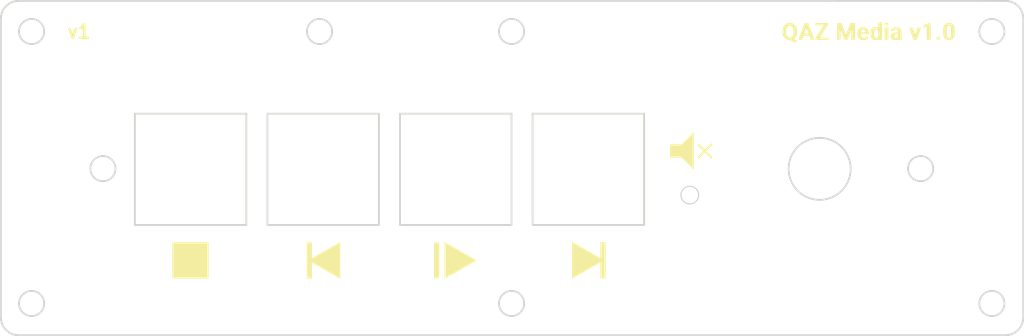
<source format=kicad_pcb>
(kicad_pcb (version 20171130) (host pcbnew "(5.1.6)-1")

  (general
    (thickness 1.6)
    (drawings 183)
    (tracks 0)
    (zones 0)
    (modules 1)
    (nets 1)
  )

  (page A4)
  (layers
    (0 F.Cu signal)
    (31 B.Cu signal)
    (32 B.Adhes user)
    (33 F.Adhes user)
    (34 B.Paste user)
    (35 F.Paste user)
    (36 B.SilkS user)
    (37 F.SilkS user)
    (38 B.Mask user)
    (39 F.Mask user)
    (40 Dwgs.User user)
    (41 Cmts.User user)
    (42 Eco1.User user)
    (43 Eco2.User user)
    (44 Edge.Cuts user)
    (45 Margin user)
    (46 B.CrtYd user)
    (47 F.CrtYd user)
    (48 B.Fab user)
    (49 F.Fab user)
  )

  (setup
    (last_trace_width 0.25)
    (trace_clearance 0.2)
    (zone_clearance 0.508)
    (zone_45_only no)
    (trace_min 0.2)
    (via_size 0.8)
    (via_drill 0.4)
    (via_min_size 0.4)
    (via_min_drill 0.3)
    (uvia_size 0.3)
    (uvia_drill 0.1)
    (uvias_allowed no)
    (uvia_min_size 0.2)
    (uvia_min_drill 0.1)
    (edge_width 0.05)
    (segment_width 0.2)
    (pcb_text_width 0.3)
    (pcb_text_size 1.5 1.5)
    (mod_edge_width 0.12)
    (mod_text_size 1 1)
    (mod_text_width 0.15)
    (pad_size 1.524 1.524)
    (pad_drill 0.762)
    (pad_to_mask_clearance 0.051)
    (solder_mask_min_width 0.25)
    (aux_axis_origin 0 0)
    (visible_elements 7FFFFFFF)
    (pcbplotparams
      (layerselection 0x010f0_ffffffff)
      (usegerberextensions false)
      (usegerberattributes false)
      (usegerberadvancedattributes false)
      (creategerberjobfile false)
      (excludeedgelayer true)
      (linewidth 0.100000)
      (plotframeref false)
      (viasonmask false)
      (mode 1)
      (useauxorigin false)
      (hpglpennumber 1)
      (hpglpenspeed 20)
      (hpglpendiameter 15.000000)
      (psnegative false)
      (psa4output false)
      (plotreference true)
      (plotvalue true)
      (plotinvisibletext false)
      (padsonsilk false)
      (subtractmaskfromsilk false)
      (outputformat 1)
      (mirror false)
      (drillshape 0)
      (scaleselection 1)
      (outputdirectory "plate_layer_v1_out/"))
  )

  (net 0 "")

  (net_class Default "This is the default net class."
    (clearance 0.2)
    (trace_width 0.25)
    (via_dia 0.8)
    (via_drill 0.4)
    (uvia_dia 0.3)
    (uvia_drill 0.1)
  )

  (module QAZ_lib:QAZ_Media_v1.0 (layer F.Cu) (tedit 60CA8D28) (tstamp 60CAE15E)
    (at 193.7 88.9)
    (fp_text reference G*** (at 0.254 2.286) (layer F.SilkS) hide
      (effects (font (size 1.524 1.524) (thickness 0.3)))
    )
    (fp_text value LOGO (at 0.72 -3.4) (layer F.SilkS) hide
      (effects (font (size 1.524 1.524) (thickness 0.3)))
    )
    (fp_poly (pts (xy 1.773512 -1.420457) (xy 1.845696 -1.358605) (xy 1.862666 -1.27) (xy 1.840025 -1.170586)
      (xy 1.795704 -1.126363) (xy 1.664537 -1.101635) (xy 1.54347 -1.11947) (xy 1.490133 -1.151467)
      (xy 1.440564 -1.247728) (xy 1.459569 -1.344106) (xy 1.534758 -1.415955) (xy 1.634837 -1.439334)
      (xy 1.773512 -1.420457)) (layer F.SilkS) (width 0.01))
    (fp_poly (pts (xy 7.527422 0.177776) (xy 7.663827 0.215706) (xy 7.706808 0.278124) (xy 7.713192 0.361876)
      (xy 7.675 0.450958) (xy 7.561462 0.499042) (xy 7.520712 0.499957) (xy 7.410776 0.499094)
      (xy 7.349312 0.461439) (xy 7.317692 0.40596) (xy 7.295341 0.289136) (xy 7.345154 0.210167)
      (xy 7.460274 0.176517) (xy 7.527422 0.177776)) (layer F.SilkS) (width 0.01))
    (fp_poly (pts (xy 6.57604 -1.37363) (xy 6.615543 -1.316111) (xy 6.637182 -1.209111) (xy 6.646103 -1.044228)
      (xy 6.647455 -0.813056) (xy 6.646385 -0.507192) (xy 6.646333 -0.4445) (xy 6.646333 0.508)
      (xy 6.223 0.508) (xy 6.223 -0.983542) (xy 6.12775 -0.95579) (xy 6.016873 -0.928168)
      (xy 5.891783 -0.902472) (xy 5.797119 -0.890288) (xy 5.762054 -0.915869) (xy 5.763177 -1.000319)
      (xy 5.764783 -1.016957) (xy 5.775413 -1.085065) (xy 5.802148 -1.133935) (xy 5.861206 -1.174915)
      (xy 5.968805 -1.219352) (xy 6.136418 -1.277004) (xy 6.29886 -1.333357) (xy 6.422846 -1.373849)
      (xy 6.513523 -1.390075) (xy 6.57604 -1.37363)) (layer F.SilkS) (width 0.01))
    (fp_poly (pts (xy 5.477479 -0.881847) (xy 5.533942 -0.858711) (xy 5.535748 -0.836084) (xy 5.515964 -0.779683)
      (xy 5.473587 -0.658115) (xy 5.413778 -0.486203) (xy 5.341693 -0.278771) (xy 5.292668 -0.137584)
      (xy 5.068564 0.508) (xy 4.709459 0.508) (xy 4.471396 -0.165589) (xy 4.392731 -0.389573)
      (xy 4.325031 -0.585023) (xy 4.272942 -0.738301) (xy 4.241113 -0.835768) (xy 4.233333 -0.864089)
      (xy 4.271429 -0.878304) (xy 4.36883 -0.887323) (xy 4.445 -0.889) (xy 4.575515 -0.880347)
      (xy 4.647827 -0.857) (xy 4.656666 -0.842206) (xy 4.668391 -0.782864) (xy 4.699732 -0.664025)
      (xy 4.744941 -0.506969) (xy 4.767297 -0.432708) (xy 4.819437 -0.266841) (xy 4.859118 -0.168725)
      (xy 4.893186 -0.141056) (xy 4.928487 -0.186527) (xy 4.971866 -0.307834) (xy 5.03017 -0.50767)
      (xy 5.039257 -0.53975) (xy 5.138124 -0.889) (xy 5.346424 -0.889) (xy 5.477479 -0.881847)) (layer F.SilkS) (width 0.01))
    (fp_poly (pts (xy 1.862666 0.508) (xy 1.439333 0.508) (xy 1.439333 -0.889) (xy 1.862666 -0.889)
      (xy 1.862666 0.508)) (layer F.SilkS) (width 0.01))
    (fp_poly (pts (xy -3.193666 -0.739562) (xy -3.10667 -0.513625) (xy -3.030757 -0.331109) (xy -2.970496 -0.202062)
      (xy -2.930459 -0.136532) (xy -2.917556 -0.132574) (xy -2.892562 -0.18831) (xy -2.844397 -0.30839)
      (xy -2.778968 -0.477638) (xy -2.702184 -0.680882) (xy -2.661565 -0.790012) (xy -2.436753 -1.397)
      (xy -1.905 -1.397) (xy -1.905 0.508) (xy -2.328334 0.508) (xy -2.330297 -0.074084)
      (xy -2.332261 -0.656167) (xy -2.552547 -0.072721) (xy -2.772834 0.510726) (xy -2.940479 0.498779)
      (xy -3.108125 0.486833) (xy -3.321479 -0.07757) (xy -3.534834 -0.641973) (xy -3.546612 -0.066987)
      (xy -3.55839 0.508) (xy -3.937 0.508) (xy -3.937 -1.397) (xy -3.438597 -1.397)
      (xy -3.193666 -0.739562)) (layer F.SilkS) (width 0.01))
    (fp_poly (pts (xy -4.953 -1.288277) (xy -4.978394 -1.208533) (xy -5.052267 -1.067836) (xy -5.171154 -0.872095)
      (xy -5.331592 -0.627219) (xy -5.397142 -0.530674) (xy -5.53963 -0.320949) (xy -5.666032 -0.131963)
      (xy -5.768241 0.023929) (xy -5.838154 0.13437) (xy -5.867338 0.186103) (xy -5.869793 0.215302)
      (xy -5.841885 0.234794) (xy -5.77063 0.246473) (xy -5.643046 0.252233) (xy -5.44615 0.253968)
      (xy -5.40203 0.254) (xy -4.910667 0.254) (xy -4.910667 0.508) (xy -6.392334 0.508)
      (xy -6.392334 0.381193) (xy -6.376125 0.308674) (xy -6.324672 0.198152) (xy -6.233733 0.042333)
      (xy -6.099067 -0.166077) (xy -5.926667 -0.419566) (xy -5.78253 -0.629395) (xy -5.656532 -0.815148)
      (xy -5.556059 -0.965747) (xy -5.488496 -1.07011) (xy -5.461227 -1.117158) (xy -5.461 -1.11826)
      (xy -5.500483 -1.128202) (xy -5.60754 -1.136236) (xy -5.765084 -1.141456) (xy -5.926667 -1.143)
      (xy -6.392334 -1.143) (xy -6.392334 -1.397) (xy -4.953 -1.397) (xy -4.953 -1.288277)) (layer F.SilkS) (width 0.01))
    (fp_poly (pts (xy -6.865258 -0.472321) (xy -6.767242 -0.209172) (xy -6.680006 0.027227) (xy -6.607698 0.225453)
      (xy -6.554468 0.374084) (xy -6.524463 0.461697) (xy -6.519334 0.480179) (xy -6.557356 0.496277)
      (xy -6.654256 0.506322) (xy -6.724125 0.508) (xy -6.928915 0.508) (xy -7.008058 0.275166)
      (xy -7.0872 0.042333) (xy -7.731538 0.042333) (xy -7.804933 0.275166) (xy -7.878327 0.508)
      (xy -8.090934 0.508) (xy -8.225598 0.500612) (xy -8.285715 0.476832) (xy -8.289855 0.454164)
      (xy -8.271521 0.400414) (xy -8.227698 0.279502) (xy -8.162833 0.103461) (xy -8.081372 -0.115674)
      (xy -8.033576 -0.243417) (xy -7.620009 -0.243417) (xy -7.581915 -0.225302) (xy -7.484528 -0.213807)
      (xy -7.408334 -0.211667) (xy -7.287468 -0.217383) (xy -7.210636 -0.231996) (xy -7.196239 -0.243417)
      (xy -7.209401 -0.30495) (xy -7.243538 -0.412253) (xy -7.28939 -0.540566) (xy -7.3377 -0.665126)
      (xy -7.379209 -0.761171) (xy -7.40466 -0.80394) (xy -7.405958 -0.804334) (xy -7.429506 -0.768291)
      (xy -7.470447 -0.676609) (xy -7.519367 -0.553962) (xy -7.566851 -0.425019) (xy -7.603484 -0.314455)
      (xy -7.61985 -0.246939) (xy -7.620009 -0.243417) (xy -8.033576 -0.243417) (xy -7.98776 -0.365866)
      (xy -7.93798 -0.498336) (xy -7.599793 -1.397) (xy -7.211181 -1.397) (xy -6.865258 -0.472321)) (layer F.SilkS) (width 0.01))
    (fp_poly (pts (xy 8.958259 -1.374588) (xy 9.056436 -1.335517) (xy 9.09363 -1.313661) (xy 9.203515 -1.225907)
      (xy 9.282147 -1.112576) (xy 9.333919 -0.959761) (xy 9.363225 -0.753554) (xy 9.374457 -0.480047)
      (xy 9.374896 -0.423334) (xy 9.373481 -0.199092) (xy 9.365363 -0.038965) (xy 9.347873 0.077502)
      (xy 9.318341 0.170764) (xy 9.289261 0.232833) (xy 9.156483 0.403087) (xy 8.970353 0.51017)
      (xy 8.738123 0.550033) (xy 8.720666 0.550201) (xy 8.564001 0.532771) (xy 8.414267 0.489549)
      (xy 8.384905 0.476184) (xy 8.245917 0.370595) (xy 8.146822 0.211155) (xy 8.083609 -0.01114)
      (xy 8.054488 -0.265754) (xy 8.053213 -0.605798) (xy 8.066575 -0.701519) (xy 8.468985 -0.701519)
      (xy 8.47085 -0.518452) (xy 8.474006 -0.3885) (xy 8.480834 -0.168361) (xy 8.489619 -0.01668)
      (xy 8.503416 0.082744) (xy 8.525273 0.146113) (xy 8.558245 0.189629) (xy 8.587773 0.215501)
      (xy 8.679016 0.279936) (xy 8.746996 0.286198) (xy 8.829955 0.234272) (xy 8.85356 0.215406)
      (xy 8.894473 0.178047) (xy 8.922371 0.133657) (xy 8.939739 0.066563) (xy 8.94906 -0.038908)
      (xy 8.952818 -0.19843) (xy 8.9535 -0.415149) (xy 8.952107 -0.646015) (xy 8.946598 -0.808043)
      (xy 8.93498 -0.917032) (xy 8.915255 -0.988784) (xy 8.885431 -1.0391) (xy 8.872855 -1.053889)
      (xy 8.766481 -1.130972) (xy 8.661372 -1.123861) (xy 8.555159 -1.032361) (xy 8.551162 -1.027335)
      (xy 8.512999 -0.972296) (xy 8.487973 -0.911165) (xy 8.473997 -0.826664) (xy 8.468985 -0.701519)
      (xy 8.066575 -0.701519) (xy 8.093388 -0.893579) (xy 8.173195 -1.120215) (xy 8.253769 -1.240092)
      (xy 8.325918 -1.311891) (xy 8.399784 -1.353687) (xy 8.503043 -1.375422) (xy 8.66279 -1.387007)
      (xy 8.837159 -1.390029) (xy 8.958259 -1.374588)) (layer F.SilkS) (width 0.01))
    (fp_poly (pts (xy 2.928397 -0.908455) (xy 3.038121 -0.898557) (xy 3.110995 -0.873335) (xy 3.170927 -0.825648)
      (xy 3.220805 -0.771916) (xy 3.274439 -0.708477) (xy 3.309779 -0.648888) (xy 3.330665 -0.574152)
      (xy 3.34094 -0.465273) (xy 3.344443 -0.303255) (xy 3.344911 -0.158083) (xy 3.347419 0.04378)
      (xy 3.353764 0.222287) (xy 3.362924 0.355582) (xy 3.371648 0.41517) (xy 3.381142 0.469593)
      (xy 3.3604 0.498765) (xy 3.29155 0.510502) (xy 3.156722 0.51262) (xy 3.14882 0.512614)
      (xy 2.957634 0.51616) (xy 2.754389 0.52542) (xy 2.667 0.531511) (xy 2.465447 0.530777)
      (xy 2.322793 0.488374) (xy 2.318814 0.486189) (xy 2.189311 0.379386) (xy 2.12639 0.232922)
      (xy 2.116666 0.118035) (xy 2.125805 0.07315) (xy 2.497666 0.07315) (xy 2.526945 0.160196)
      (xy 2.594955 0.245361) (xy 2.671961 0.293961) (xy 2.689018 0.296333) (xy 2.755371 0.271948)
      (xy 2.846345 0.21283) (xy 2.85179 0.208594) (xy 2.945182 0.091745) (xy 2.963333 -0.003073)
      (xy 2.953847 -0.088304) (xy 2.907912 -0.121767) (xy 2.824586 -0.127) (xy 2.686651 -0.103678)
      (xy 2.57169 -0.044079) (xy 2.505102 0.036247) (xy 2.497666 0.07315) (xy 2.125805 0.07315)
      (xy 2.153557 -0.063146) (xy 2.260407 -0.202146) (xy 2.43148 -0.294713) (xy 2.661041 -0.336599)
      (xy 2.732987 -0.338667) (xy 2.972511 -0.338667) (xy 2.943352 -0.454847) (xy 2.906311 -0.560424)
      (xy 2.870079 -0.62418) (xy 2.782684 -0.672075) (xy 2.67409 -0.665491) (xy 2.584116 -0.608647)
      (xy 2.572508 -0.592667) (xy 2.51364 -0.536361) (xy 2.413382 -0.511482) (xy 2.322113 -0.508)
      (xy 2.202776 -0.5122) (xy 2.148997 -0.530547) (xy 2.141849 -0.571666) (xy 2.14562 -0.588411)
      (xy 2.188816 -0.668542) (xy 2.269561 -0.766431) (xy 2.292604 -0.789494) (xy 2.36254 -0.850208)
      (xy 2.431787 -0.886247) (xy 2.524886 -0.903977) (xy 2.66638 -0.909763) (xy 2.757918 -0.910167)
      (xy 2.928397 -0.908455)) (layer F.SilkS) (width 0.01))
    (fp_poly (pts (xy 1.143 0.51235) (xy 0.92075 0.509861) (xy 0.738829 0.512902) (xy 0.539658 0.523477)
      (xy 0.465666 0.529589) (xy 0.278909 0.533397) (xy 0.144635 0.500482) (xy 0.116649 0.48634)
      (xy -0.029461 0.356194) (xy -0.123012 0.161087) (xy -0.163243 -0.09697) (xy -0.162952 -0.245654)
      (xy 0.217987 -0.245654) (xy 0.228085 -0.069172) (xy 0.276555 0.089139) (xy 0.358029 0.199686)
      (xy 0.449581 0.271804) (xy 0.513702 0.289992) (xy 0.584753 0.258198) (xy 0.62558 0.230432)
      (xy 0.672072 0.189525) (xy 0.700194 0.133432) (xy 0.714445 0.041949) (xy 0.719327 -0.105125)
      (xy 0.719666 -0.191925) (xy 0.717923 -0.367643) (xy 0.70926 -0.479161) (xy 0.688526 -0.546926)
      (xy 0.650567 -0.591385) (xy 0.612099 -0.618863) (xy 0.511576 -0.664669) (xy 0.417862 -0.649589)
      (xy 0.404649 -0.643834) (xy 0.307597 -0.557014) (xy 0.244933 -0.416278) (xy 0.217987 -0.245654)
      (xy -0.162952 -0.245654) (xy -0.162937 -0.253234) (xy -0.150323 -0.432946) (xy -0.126976 -0.556643)
      (xy -0.085008 -0.652929) (xy -0.030944 -0.731781) (xy 0.105249 -0.858406) (xy 0.27859 -0.921598)
      (xy 0.501626 -0.925387) (xy 0.553014 -0.91941) (xy 0.719666 -0.897057) (xy 0.719666 -1.481667)
      (xy 1.143 -1.481667) (xy 1.143 0.51235)) (layer F.SilkS) (width 0.01))
    (fp_poly (pts (xy -0.743463 -0.89634) (xy -0.55429 -0.795208) (xy -0.421131 -0.633712) (xy -0.349648 -0.417625)
      (xy -0.338667 -0.27431) (xy -0.338667 -0.127) (xy -0.780669 -0.127) (xy -0.965939 -0.123292)
      (xy -1.11818 -0.113274) (xy -1.218487 -0.098609) (xy -1.248065 -0.08591) (xy -1.249692 -0.012918)
      (xy -1.203817 0.086207) (xy -1.128325 0.183809) (xy -1.0411 0.252234) (xy -1.024556 0.2597)
      (xy -0.935821 0.280023) (xy -0.841886 0.261547) (xy -0.727948 0.208444) (xy -0.545728 0.112791)
      (xy -0.456265 0.202253) (xy -0.398087 0.276122) (xy -0.403169 0.332805) (xy -0.418182 0.353625)
      (xy -0.551285 0.45538) (xy -0.735977 0.520968) (xy -0.945674 0.546743) (xy -1.153793 0.529058)
      (xy -1.31149 0.476184) (xy -1.483814 0.353093) (xy -1.593541 0.184142) (xy -1.645308 -0.039426)
      (xy -1.650935 -0.165011) (xy -1.632934 -0.338667) (xy -1.265596 -0.338667) (xy -0.998502 -0.338667)
      (xy -0.85375 -0.340201) (xy -0.775743 -0.350058) (xy -0.746564 -0.376124) (xy -0.748291 -0.426285)
      (xy -0.752133 -0.447081) (xy -0.809418 -0.574581) (xy -0.906522 -0.643676) (xy -1.020977 -0.653316)
      (xy -1.13032 -0.602449) (xy -1.212086 -0.490023) (xy -1.220166 -0.468989) (xy -1.265596 -0.338667)
      (xy -1.632934 -0.338667) (xy -1.622054 -0.443615) (xy -1.536336 -0.660843) (xy -1.394952 -0.815352)
      (xy -1.199073 -0.905799) (xy -0.982987 -0.931334) (xy -0.743463 -0.89634)) (layer F.SilkS) (width 0.01))
    (fp_poly (pts (xy -9.025591 -1.368248) (xy -8.807013 -1.280517) (xy -8.64414 -1.131596) (xy -8.535058 -0.919273)
      (xy -8.477856 -0.641337) (xy -8.467597 -0.432557) (xy -8.484259 -0.140567) (xy -8.538563 0.087375)
      (xy -8.634373 0.264858) (xy -8.681903 0.321299) (xy -8.766099 0.410921) (xy -8.613263 0.527494)
      (xy -8.460428 0.644068) (xy -8.555593 0.745367) (xy -8.631747 0.815484) (xy -8.700175 0.838361)
      (xy -8.782558 0.811388) (xy -8.900579 0.731954) (xy -8.944873 0.6985) (xy -9.090976 0.601945)
      (xy -9.218743 0.557671) (xy -9.312154 0.550333) (xy -9.557987 0.512505) (xy -9.765915 0.404324)
      (xy -9.930222 0.233747) (xy -10.045192 0.008731) (xy -10.10511 -0.262768) (xy -10.105596 -0.423334)
      (xy -9.694334 -0.423334) (xy -9.676869 -0.179855) (xy -9.62025 0.006127) (xy -9.518137 0.155164)
      (xy -9.514801 0.15875) (xy -9.389664 0.235611) (xy -9.235033 0.251282) (xy -9.099322 0.210411)
      (xy -8.984466 0.101118) (xy -8.910291 -0.081292) (xy -8.877293 -0.33541) (xy -8.875496 -0.423334)
      (xy -8.895061 -0.695578) (xy -8.955103 -0.895592) (xy -9.057642 -1.026576) (xy -9.204698 -1.09173)
      (xy -9.303171 -1.100667) (xy -9.448862 -1.061576) (xy -9.56517 -0.950126) (xy -9.647053 -0.775049)
      (xy -9.689466 -0.545078) (xy -9.694334 -0.423334) (xy -10.105596 -0.423334) (xy -10.105995 -0.554742)
      (xy -10.048233 -0.851201) (xy -9.935879 -1.086469) (xy -9.771621 -1.257733) (xy -9.558143 -1.362179)
      (xy -9.301787 -1.397) (xy -9.025591 -1.368248)) (layer F.SilkS) (width 0.01))
  )

  (gr_poly (pts (xy 175.6 101.3) (xy 174.1 102.8) (xy 174 102.7) (xy 175.5 101.2)) (layer F.SilkS) (width 0.1))
  (gr_poly (pts (xy 175.6 102.7) (xy 175.5 102.8) (xy 174 101.3) (xy 174.1 101.2)) (layer F.SilkS) (width 0.1))
  (gr_poly (pts (xy 173.5 104) (xy 172.2 102.7) (xy 170.9 102.7) (xy 170.9 101.3) (xy 172.2 101.3) (xy 173.5 100)) (layer F.SilkS) (width 0.1))
  (gr_circle (center 173.1 107) (end 174.1 107) (layer Edge.Cuts) (width 0.12) (tstamp 60CAD6EC))
  (gr_poly (pts (xy 144.7 116.4) (xy 144.2 116.4) (xy 144.2 112.4) (xy 144.7 112.4)) (layer F.SilkS) (width 0.1) (tstamp 60CAD6C6))
  (gr_poly (pts (xy 145.4 112.4) (xy 148.9 114.4) (xy 145.4 116.4)) (layer F.SilkS) (width 0.1) (tstamp 60CAD6BD))
  (gr_poly (pts (xy 163.024382 112.383301) (xy 163.524382 112.383301) (xy 163.524382 116.383301) (xy 163.024382 116.383301)) (layer F.SilkS) (width 0.1) (tstamp 60CAD69D))
  (gr_poly (pts (xy 159.824382 112.383301) (xy 163.324382 114.383301) (xy 159.824382 116.383301)) (layer F.SilkS) (width 0.1) (tstamp 60CAD69C))
  (gr_poly (pts (xy 130.3 116.4) (xy 129.8 116.4) (xy 129.8 112.4) (xy 130.3 112.4)) (layer F.SilkS) (width 0.1))
  (gr_poly (pts (xy 133.5 116.4) (xy 130 114.4) (xy 133.5 112.4)) (layer F.SilkS) (width 0.1))
  (gr_poly (pts (xy 118.6 116.4) (xy 114.6 116.4) (xy 114.6 112.4) (xy 118.6 112.4)) (layer F.SilkS) (width 0.1))
  (gr_circle (center 187.75 104) (end 197.25 104) (layer F.Fab) (width 0.15))
  (gr_curve (pts (xy 97.918412 120.51292) (xy 97.477133 120.258147) (xy 97.205294 119.787308) (xy 97.205294 119.277763)) (layer Edge.Cuts) (width 0.2))
  (gr_curve (pts (xy 206.559476 87.226605) (xy 207.000755 86.971832) (xy 207.544433 86.971832) (xy 207.985712 87.226605)) (layer Edge.Cuts) (width 0.2))
  (gr_curve (pts (xy 97.918412 118.042606) (xy 98.359691 117.787833) (xy 98.903369 117.787833) (xy 99.344649 118.042606)) (layer Edge.Cuts) (width 0.2))
  (gr_curve (pts (xy 197.783998 103.998565) (xy 197.783998 103.48902) (xy 198.055837 103.018181) (xy 198.497116 102.763408)) (layer Edge.Cuts) (width 0.2))
  (gr_curve (pts (xy 200.636471 103.998565) (xy 200.636471 104.50811) (xy 200.364631 104.978949) (xy 199.923352 105.233722)) (layer Edge.Cuts) (width 0.2))
  (gr_curve (pts (xy 100.057767 119.277763) (xy 100.057767 119.787308) (xy 99.785928 120.258147) (xy 99.344649 120.51292)) (layer Edge.Cuts) (width 0.2))
  (gr_curve (pts (xy 198.497116 105.233722) (xy 198.055837 104.978949) (xy 197.783998 104.50811) (xy 197.783998 103.998565)) (layer Edge.Cuts) (width 0.2))
  (gr_curve (pts (xy 207.985712 120.512657) (xy 207.544433 120.76743) (xy 207.000755 120.76743) (xy 206.559476 120.512657)) (layer Edge.Cuts) (width 0.2))
  (gr_line (start 108.126493 103.998762) (end 108.126493 103.998762) (layer Edge.Cuts) (width 0.2))
  (gr_curve (pts (xy 107.413374 102.763605) (xy 107.854653 103.018378) (xy 108.126493 103.489217) (xy 108.126493 103.998762)) (layer Edge.Cuts) (width 0.2))
  (gr_curve (pts (xy 152.220042 118.042343) (xy 152.661321 117.78757) (xy 153.204999 117.78757) (xy 153.646278 118.042343)) (layer Edge.Cuts) (width 0.2))
  (gr_curve (pts (xy 153.646278 120.512657) (xy 153.204999 120.76743) (xy 152.661321 120.76743) (xy 152.220042 120.512657)) (layer Edge.Cuts) (width 0.2))
  (gr_line (start 100.057767 119.277763) (end 100.057767 119.277763) (layer Edge.Cuts) (width 0.2))
  (gr_curve (pts (xy 99.344649 120.51292) (xy 98.903369 120.767693) (xy 98.359691 120.767693) (xy 97.918412 120.51292)) (layer Edge.Cuts) (width 0.2))
  (gr_curve (pts (xy 105.27402 103.998762) (xy 105.27402 103.489217) (xy 105.545859 103.018378) (xy 105.987138 102.763605)) (layer Edge.Cuts) (width 0.2))
  (gr_curve (pts (xy 107.413374 105.233919) (xy 106.972095 105.488692) (xy 106.428416 105.488692) (xy 105.987138 105.233919)) (layer Edge.Cuts) (width 0.2))
  (gr_curve (pts (xy 108.126493 103.998762) (xy 108.126493 104.508307) (xy 107.854653 104.979146) (xy 107.413374 105.233919)) (layer Edge.Cuts) (width 0.2))
  (gr_curve (pts (xy 207.985712 87.226605) (xy 208.426991 87.481378) (xy 208.698831 87.952217) (xy 208.698831 88.461762)) (layer Edge.Cuts) (width 0.2))
  (gr_curve (pts (xy 205.846358 119.2775) (xy 205.846358 118.767955) (xy 206.118197 118.297116) (xy 206.559476 118.042343)) (layer Edge.Cuts) (width 0.2))
  (gr_curve (pts (xy 199.923352 102.763408) (xy 200.364631 103.018181) (xy 200.636471 103.48902) (xy 200.636471 103.998565)) (layer Edge.Cuts) (width 0.2))
  (gr_curve (pts (xy 151.506924 119.2775) (xy 151.506924 118.767955) (xy 151.778763 118.297116) (xy 152.220042 118.042343)) (layer Edge.Cuts) (width 0.2))
  (gr_curve (pts (xy 208.698831 119.2775) (xy 208.698831 119.787045) (xy 208.426991 120.257884) (xy 207.985712 120.512657)) (layer Edge.Cuts) (width 0.2))
  (gr_curve (pts (xy 105.987138 102.763605) (xy 106.428416 102.508832) (xy 106.972095 102.508832) (xy 107.413374 102.763605)) (layer Edge.Cuts) (width 0.2))
  (gr_line (start 208.698831 119.2775) (end 208.698831 119.2775) (layer Edge.Cuts) (width 0.2))
  (gr_line (start 200.636471 103.998565) (end 200.636471 103.998565) (layer Edge.Cuts) (width 0.2))
  (gr_curve (pts (xy 198.497116 102.763408) (xy 198.938395 102.508635) (xy 199.482073 102.508635) (xy 199.923352 102.763408)) (layer Edge.Cuts) (width 0.2))
  (gr_curve (pts (xy 207.985712 118.042343) (xy 208.426991 118.297116) (xy 208.698831 118.767955) (xy 208.698831 119.2775)) (layer Edge.Cuts) (width 0.2))
  (gr_curve (pts (xy 97.205294 119.277763) (xy 97.205294 118.768218) (xy 97.477133 118.297379) (xy 97.918412 118.042606)) (layer Edge.Cuts) (width 0.2))
  (gr_curve (pts (xy 206.559476 120.512657) (xy 206.118197 120.257884) (xy 205.846358 119.787045) (xy 205.846358 119.2775)) (layer Edge.Cuts) (width 0.2))
  (gr_curve (pts (xy 205.846358 88.461762) (xy 205.846358 87.952217) (xy 206.118197 87.481378) (xy 206.559476 87.226605)) (layer Edge.Cuts) (width 0.2))
  (gr_curve (pts (xy 152.220042 120.512657) (xy 151.778763 120.257884) (xy 151.506924 119.787045) (xy 151.506924 119.2775)) (layer Edge.Cuts) (width 0.2))
  (gr_line (start 208.698831 88.461762) (end 208.698831 88.461762) (layer Edge.Cuts) (width 0.2))
  (gr_curve (pts (xy 99.344649 118.042606) (xy 99.785928 118.297379) (xy 100.057767 118.768218) (xy 100.057767 119.277763)) (layer Edge.Cuts) (width 0.2))
  (gr_curve (pts (xy 199.923352 105.233722) (xy 199.482073 105.488495) (xy 198.938395 105.488495) (xy 198.497116 105.233722)) (layer Edge.Cuts) (width 0.2))
  (gr_curve (pts (xy 105.987138 105.233919) (xy 105.545859 104.979146) (xy 105.27402 104.508307) (xy 105.27402 103.998762)) (layer Edge.Cuts) (width 0.2))
  (gr_curve (pts (xy 206.559476 118.042343) (xy 207.000755 117.78757) (xy 207.544433 117.78757) (xy 207.985712 118.042343)) (layer Edge.Cuts) (width 0.2))
  (gr_line (start 154.359397 119.2775) (end 154.359397 119.2775) (layer Edge.Cuts) (width 0.2))
  (gr_curve (pts (xy 153.646278 118.042343) (xy 154.087557 118.297116) (xy 154.359397 118.767955) (xy 154.359397 119.2775)) (layer Edge.Cuts) (width 0.2))
  (gr_curve (pts (xy 154.359397 119.2775) (xy 154.359397 119.787045) (xy 154.087557 120.257884) (xy 153.646278 120.512657)) (layer Edge.Cuts) (width 0.2))
  (gr_line (start 152.92438 97.769703) (end 152.92438 110.383301) (layer Edge.Cuts) (width 0.2))
  (gr_line (start 209.864494 85.288) (end 209.727494 85.211) (layer Edge.Cuts) (width 0.2))
  (gr_line (start 210.667494 86.228) (end 210.602494 86.086) (layer Edge.Cuts) (width 0.2))
  (gr_line (start 210.525494 85.949) (end 210.438494 85.818) (layer Edge.Cuts) (width 0.2))
  (gr_line (start 152.92438 110.383301) (end 140.310784 110.383301) (layer Edge.Cuts) (width 0.2))
  (gr_line (start 208.976494 85) (end 181.060275 84.994) (layer Edge.Cuts) (width 0.2))
  (gr_line (start 167.92438 110.383301) (end 155.310784 110.383301) (layer Edge.Cuts) (width 0.2))
  (gr_line (start 137.924382 110.383301) (end 125.310784 110.383301) (layer Edge.Cuts) (width 0.2))
  (gr_curve (pts (xy 130.495834 89.696919) (xy 130.054555 89.442147) (xy 129.782716 88.971307) (xy 129.782716 88.461762)) (layer Edge.Cuts) (width 0.2))
  (gr_curve (pts (xy 97.918412 87.226867) (xy 98.359691 86.972095) (xy 98.903369 86.972095) (xy 99.344649 87.226867)) (layer Edge.Cuts) (width 0.2))
  (gr_curve (pts (xy 99.344649 89.697181) (xy 98.903369 89.951954) (xy 98.359691 89.951954) (xy 97.918412 89.697181)) (layer Edge.Cuts) (width 0.2))
  (gr_line (start 210.438494 85.818) (end 210.340494 85.695) (layer Edge.Cuts) (width 0.2))
  (gr_curve (pts (xy 206.559476 89.696919) (xy 206.118197 89.442147) (xy 205.846358 88.971307) (xy 205.846358 88.461762)) (layer Edge.Cuts) (width 0.2))
  (gr_curve (pts (xy 207.985712 89.696919) (xy 207.544433 89.951692) (xy 207.000755 89.951692) (xy 206.559476 89.696919)) (layer Edge.Cuts) (width 0.2))
  (gr_curve (pts (xy 100.057767 88.462024) (xy 100.057767 88.97157) (xy 99.785928 89.442409) (xy 99.344649 89.697181)) (layer Edge.Cuts) (width 0.2))
  (gr_line (start 209.585494 85.146) (end 209.438494 85.091) (layer Edge.Cuts) (width 0.2))
  (gr_line (start 210.234494 85.579) (end 210.118494 85.473) (layer Edge.Cuts) (width 0.2))
  (gr_curve (pts (xy 208.698831 88.461762) (xy 208.698831 88.971307) (xy 208.426991 89.442147) (xy 207.985712 89.696919)) (layer Edge.Cuts) (width 0.2))
  (gr_line (start 154.359397 88.461762) (end 154.359397 88.461762) (layer Edge.Cuts) (width 0.2))
  (gr_curve (pts (xy 153.646278 89.696919) (xy 153.204999 89.951692) (xy 152.661321 89.951692) (xy 152.220042 89.696919)) (layer Edge.Cuts) (width 0.2))
  (gr_line (start 209.995494 85.375) (end 209.864494 85.288) (layer Edge.Cuts) (width 0.2))
  (gr_curve (pts (xy 152.220042 87.226605) (xy 152.661321 86.971832) (xy 153.204999 86.971832) (xy 153.646278 87.226605)) (layer Edge.Cuts) (width 0.2))
  (gr_line (start 132.635189 88.461762) (end 132.635189 88.461762) (layer Edge.Cuts) (width 0.2))
  (gr_line (start 97.156 84.994) (end 97 85) (layer Edge.Cuts) (width 0.2))
  (gr_line (start 125.310784 97.769703) (end 137.924382 97.769703) (layer Edge.Cuts) (width 0.2))
  (gr_line (start 155.310784 110.383301) (end 155.310784 97.769703) (layer Edge.Cuts) (width 0.2))
  (gr_curve (pts (xy 151.506924 88.461762) (xy 151.506924 87.952217) (xy 151.778763 87.481378) (xy 152.220042 87.226605)) (layer Edge.Cuts) (width 0.2))
  (gr_line (start 191.294973 104.026245) (end 191.294973 104.026245) (layer Edge.Cuts) (width 0.2))
  (gr_curve (pts (xy 152.220042 89.696919) (xy 151.778763 89.442147) (xy 151.506924 88.971307) (xy 151.506924 88.461762)) (layer Edge.Cuts) (width 0.2))
  (gr_curve (pts (xy 184.273885 104.026245) (xy 184.273885 102.772048) (xy 184.942991 101.613123) (xy 186.029157 100.986025)) (layer Edge.Cuts) (width 0.2))
  (gr_line (start 125.310784 110.383301) (end 125.310784 97.769703) (layer Edge.Cuts) (width 0.2))
  (gr_line (start 209.132494 85.018) (end 208.976494 85) (layer Edge.Cuts) (width 0.2))
  (gr_curve (pts (xy 154.359397 88.461762) (xy 154.359397 88.971307) (xy 154.087557 89.442147) (xy 153.646278 89.696919)) (layer Edge.Cuts) (width 0.2))
  (gr_curve (pts (xy 97.918412 89.697181) (xy 97.477133 89.442409) (xy 97.205294 88.97157) (xy 97.205294 88.462024)) (layer Edge.Cuts) (width 0.2))
  (gr_curve (pts (xy 191.294973 104.026245) (xy 191.294973 105.280442) (xy 190.625867 106.439367) (xy 189.539701 107.066465)) (layer Edge.Cuts) (width 0.2))
  (gr_curve (pts (xy 186.029157 107.066465) (xy 184.942991 106.439367) (xy 184.273885 105.280442) (xy 184.273885 104.026245)) (layer Edge.Cuts) (width 0.2))
  (gr_line (start 209.438494 85.091) (end 209.286494 85.049) (layer Edge.Cuts) (width 0.2))
  (gr_curve (pts (xy 130.495834 87.226605) (xy 130.937113 86.971832) (xy 131.480791 86.971832) (xy 131.92207 87.226605)) (layer Edge.Cuts) (width 0.2))
  (gr_curve (pts (xy 189.539701 107.066465) (xy 188.453535 107.693563) (xy 187.115323 107.693563) (xy 186.029157 107.066465)) (layer Edge.Cuts) (width 0.2))
  (gr_line (start 110.310785 110.383301) (end 110.310785 97.769703) (layer Edge.Cuts) (width 0.2))
  (gr_curve (pts (xy 131.92207 89.696919) (xy 131.480791 89.951692) (xy 130.937113 89.951692) (xy 130.495834 89.696919)) (layer Edge.Cuts) (width 0.2))
  (gr_curve (pts (xy 97.205294 88.462024) (xy 97.205294 87.952479) (xy 97.477133 87.48164) (xy 97.918412 87.226867)) (layer Edge.Cuts) (width 0.2))
  (gr_line (start 155.310784 97.769703) (end 167.92438 97.769703) (layer Edge.Cuts) (width 0.2))
  (gr_line (start 110.310785 97.769703) (end 122.924382 97.769703) (layer Edge.Cuts) (width 0.2))
  (gr_line (start 181.060275 84.994) (end 97.156 84.994) (layer Edge.Cuts) (width 0.2))
  (gr_line (start 209.286494 85.049) (end 209.132494 85.018) (layer Edge.Cuts) (width 0.2))
  (gr_curve (pts (xy 189.539701 100.986025) (xy 190.625867 101.613123) (xy 191.294973 102.772048) (xy 191.294973 104.026245)) (layer Edge.Cuts) (width 0.2))
  (gr_line (start 122.924382 110.383301) (end 110.310785 110.383301) (layer Edge.Cuts) (width 0.2))
  (gr_line (start 140.310784 97.769703) (end 152.92438 97.769703) (layer Edge.Cuts) (width 0.2))
  (gr_line (start 209.727494 85.211) (end 209.585494 85.146) (layer Edge.Cuts) (width 0.2))
  (gr_curve (pts (xy 153.646278 87.226605) (xy 154.087557 87.481378) (xy 154.359397 87.952217) (xy 154.359397 88.461762)) (layer Edge.Cuts) (width 0.2))
  (gr_line (start 140.310784 110.383301) (end 140.310784 97.769703) (layer Edge.Cuts) (width 0.2))
  (gr_line (start 210.118494 85.473) (end 209.995494 85.375) (layer Edge.Cuts) (width 0.2))
  (gr_line (start 137.924382 97.769703) (end 137.924382 110.383301) (layer Edge.Cuts) (width 0.2))
  (gr_curve (pts (xy 99.344649 87.226867) (xy 99.785928 87.48164) (xy 100.057767 87.952479) (xy 100.057767 88.462024)) (layer Edge.Cuts) (width 0.2))
  (gr_line (start 210.602494 86.086) (end 210.525494 85.949) (layer Edge.Cuts) (width 0.2))
  (gr_curve (pts (xy 131.92207 87.226605) (xy 132.363349 87.481378) (xy 132.635189 87.952217) (xy 132.635189 88.461762)) (layer Edge.Cuts) (width 0.2))
  (gr_line (start 122.924382 97.769703) (end 122.924382 110.383301) (layer Edge.Cuts) (width 0.2))
  (gr_line (start 210.340494 85.695) (end 210.234494 85.579) (layer Edge.Cuts) (width 0.2))
  (gr_curve (pts (xy 129.782716 88.461762) (xy 129.782716 87.952217) (xy 130.054555 87.481378) (xy 130.495834 87.226605)) (layer Edge.Cuts) (width 0.2))
  (gr_curve (pts (xy 132.635189 88.461762) (xy 132.635189 88.971307) (xy 132.363349 89.442147) (xy 131.92207 89.696919)) (layer Edge.Cuts) (width 0.2))
  (gr_line (start 100.057767 88.462024) (end 100.057767 88.462024) (layer Edge.Cuts) (width 0.2))
  (gr_curve (pts (xy 186.029157 100.986025) (xy 187.115323 100.358927) (xy 188.453535 100.358927) (xy 189.539701 100.986025)) (layer Edge.Cuts) (width 0.2))
  (gr_line (start 167.92438 97.769703) (end 167.92438 110.383301) (layer Edge.Cuts) (width 0.2))
  (gr_line (start 95.858 122.389999) (end 95.981 122.487999) (layer Edge.Cuts) (width 0.2))
  (gr_line (start 95.981 122.487999) (end 96.112 122.574999) (layer Edge.Cuts) (width 0.2))
  (gr_line (start 95.254 86.375) (end 95.212 86.527) (layer Edge.Cuts) (width 0.2))
  (gr_line (start 95.212 86.527) (end 95.181 86.681) (layer Edge.Cuts) (width 0.2))
  (gr_line (start 210.795494 86.681) (end 210.764494 86.527) (layer Edge.Cuts) (width 0.2))
  (gr_line (start 210.813494 86.837) (end 210.795494 86.681) (layer Edge.Cuts) (width 0.2))
  (gr_line (start 210.813494 121.025999) (end 210.820494 120.869999) (layer Edge.Cuts) (width 0.2))
  (gr_line (start 210.340494 122.167999) (end 210.438494 122.044999) (layer Edge.Cuts) (width 0.2))
  (gr_line (start 95.163 121.025999) (end 95.181 121.181999) (layer Edge.Cuts) (width 0.2))
  (gr_line (start 210.234494 122.283999) (end 210.340494 122.167999) (layer Edge.Cuts) (width 0.2))
  (gr_line (start 95.374 86.086) (end 95.309 86.228) (layer Edge.Cuts) (width 0.2))
  (gr_line (start 95.858 85.473) (end 95.742 85.579) (layer Edge.Cuts) (width 0.2))
  (gr_line (start 208.819494 122.868999) (end 208.976494 122.862999) (layer Edge.Cuts) (width 0.2))
  (gr_line (start 209.864494 122.574999) (end 209.995494 122.487999) (layer Edge.Cuts) (width 0.2))
  (gr_line (start 210.438494 122.044999) (end 210.525494 121.913999) (layer Edge.Cuts) (width 0.2))
  (gr_line (start 208.976494 122.862999) (end 209.132494 122.844999) (layer Edge.Cuts) (width 0.2))
  (gr_line (start 97.156 122.868999) (end 208.819494 122.868999) (layer Edge.Cuts) (width 0.2))
  (gr_line (start 95.742 122.283999) (end 95.858 122.389999) (layer Edge.Cuts) (width 0.2))
  (gr_line (start 95.636 85.695) (end 95.538 85.818) (layer Edge.Cuts) (width 0.2))
  (gr_line (start 95.981 85.375) (end 95.858 85.473) (layer Edge.Cuts) (width 0.2))
  (gr_line (start 96.844 122.844999) (end 97 122.862999) (layer Edge.Cuts) (width 0.2))
  (gr_line (start 96.538 122.771999) (end 96.69 122.813999) (layer Edge.Cuts) (width 0.2))
  (gr_line (start 95.163 86.837) (end 95.156 86.994) (layer Edge.Cuts) (width 0.2))
  (gr_line (start 96.249 85.211) (end 96.112 85.288) (layer Edge.Cuts) (width 0.2))
  (gr_line (start 95.156 120.868999) (end 95.163 121.025999) (layer Edge.Cuts) (width 0.2))
  (gr_line (start 209.132494 122.844999) (end 209.286494 122.813999) (layer Edge.Cuts) (width 0.2))
  (gr_line (start 95.538 122.044999) (end 95.636 122.167999) (layer Edge.Cuts) (width 0.2))
  (gr_line (start 95.181 86.681) (end 95.163 86.837) (layer Edge.Cuts) (width 0.2))
  (gr_line (start 210.764494 121.335999) (end 210.795494 121.181999) (layer Edge.Cuts) (width 0.2))
  (gr_line (start 95.181 121.181999) (end 95.212 121.335999) (layer Edge.Cuts) (width 0.2))
  (gr_line (start 210.722494 121.487999) (end 210.764494 121.335999) (layer Edge.Cuts) (width 0.2))
  (gr_line (start 96.112 85.288) (end 95.981 85.375) (layer Edge.Cuts) (width 0.2))
  (gr_line (start 209.286494 122.813999) (end 209.438494 122.771999) (layer Edge.Cuts) (width 0.2))
  (gr_line (start 96.112 122.574999) (end 96.249 122.651999) (layer Edge.Cuts) (width 0.2))
  (gr_line (start 97 122.862999) (end 97.156 122.868999) (layer Edge.Cuts) (width 0.2))
  (gr_line (start 95.538 85.818) (end 95.451 85.949) (layer Edge.Cuts) (width 0.2))
  (gr_line (start 96.391 85.146) (end 96.249 85.211) (layer Edge.Cuts) (width 0.2))
  (gr_line (start 95.742 85.579) (end 95.636 85.695) (layer Edge.Cuts) (width 0.2))
  (gr_line (start 96.538 85.091) (end 96.391 85.146) (layer Edge.Cuts) (width 0.2))
  (gr_line (start 210.118494 122.389999) (end 210.234494 122.283999) (layer Edge.Cuts) (width 0.2))
  (gr_line (start 209.438494 122.771999) (end 209.585494 122.716999) (layer Edge.Cuts) (width 0.2))
  (gr_line (start 95.212 121.335999) (end 95.254 121.487999) (layer Edge.Cuts) (width 0.2))
  (gr_line (start 96.249 122.651999) (end 96.391 122.716999) (layer Edge.Cuts) (width 0.2))
  (gr_line (start 210.819494 86.994) (end 210.813494 86.837) (layer Edge.Cuts) (width 0.2))
  (gr_line (start 210.525494 121.913999) (end 210.602494 121.776999) (layer Edge.Cuts) (width 0.2))
  (gr_line (start 95.451 85.949) (end 95.374 86.086) (layer Edge.Cuts) (width 0.2))
  (gr_line (start 210.820494 120.869999) (end 210.819494 86.994) (layer Edge.Cuts) (width 0.2))
  (gr_line (start 210.795494 121.181999) (end 210.813494 121.025999) (layer Edge.Cuts) (width 0.2))
  (gr_line (start 210.602494 121.776999) (end 210.667494 121.634999) (layer Edge.Cuts) (width 0.2))
  (gr_line (start 209.585494 122.716999) (end 209.727494 122.651999) (layer Edge.Cuts) (width 0.2))
  (gr_line (start 95.374 121.776999) (end 95.451 121.913999) (layer Edge.Cuts) (width 0.2))
  (gr_line (start 96.69 122.813999) (end 96.844 122.844999) (layer Edge.Cuts) (width 0.2))
  (gr_line (start 95.309 121.634999) (end 95.374 121.776999) (layer Edge.Cuts) (width 0.2))
  (gr_line (start 95.254 121.487999) (end 95.309 121.634999) (layer Edge.Cuts) (width 0.2))
  (gr_line (start 95.451 121.913999) (end 95.538 122.044999) (layer Edge.Cuts) (width 0.2))
  (gr_line (start 209.995494 122.487999) (end 210.118494 122.389999) (layer Edge.Cuts) (width 0.2))
  (gr_line (start 95.636 122.167999) (end 95.742 122.283999) (layer Edge.Cuts) (width 0.2))
  (gr_line (start 210.722494 86.375) (end 210.667494 86.228) (layer Edge.Cuts) (width 0.2))
  (gr_line (start 210.764494 86.527) (end 210.722494 86.375) (layer Edge.Cuts) (width 0.2))
  (gr_line (start 210.667494 121.634999) (end 210.722494 121.487999) (layer Edge.Cuts) (width 0.2))
  (gr_line (start 209.727494 122.651999) (end 209.864494 122.574999) (layer Edge.Cuts) (width 0.2))
  (gr_line (start 96.391 122.716999) (end 96.538 122.771999) (layer Edge.Cuts) (width 0.2))
  (gr_line (start 95.156 86.994) (end 95.156 120.868999) (layer Edge.Cuts) (width 0.2))
  (gr_line (start 95.309 86.228) (end 95.254 86.375) (layer Edge.Cuts) (width 0.2))
  (gr_line (start 96.69 85.049) (end 96.538 85.091) (layer Edge.Cuts) (width 0.2))
  (gr_line (start 96.844 85.018) (end 96.69 85.049) (layer Edge.Cuts) (width 0.2))
  (gr_line (start 97 85) (end 96.844 85.018) (layer Edge.Cuts) (width 0.2))
  (gr_text v1 (at 104 88.5) (layer F.SilkS) (tstamp 60CAD724)
    (effects (font (size 1.5 1.5) (thickness 0.3)))
  )

)

</source>
